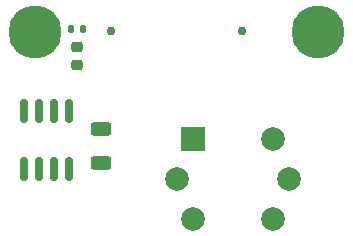
<source format=gbr>
%TF.GenerationSoftware,KiCad,Pcbnew,(6.0.0-0)*%
%TF.CreationDate,2022-03-07T02:22:32-05:00*%
%TF.ProjectId,multi_gas,6d756c74-695f-4676-9173-2e6b69636164,rev?*%
%TF.SameCoordinates,Original*%
%TF.FileFunction,Soldermask,Top*%
%TF.FilePolarity,Negative*%
%FSLAX46Y46*%
G04 Gerber Fmt 4.6, Leading zero omitted, Abs format (unit mm)*
G04 Created by KiCad (PCBNEW (6.0.0-0)) date 2022-03-07 02:22:32*
%MOMM*%
%LPD*%
G01*
G04 APERTURE LIST*
G04 Aperture macros list*
%AMRoundRect*
0 Rectangle with rounded corners*
0 $1 Rounding radius*
0 $2 $3 $4 $5 $6 $7 $8 $9 X,Y pos of 4 corners*
0 Add a 4 corners polygon primitive as box body*
4,1,4,$2,$3,$4,$5,$6,$7,$8,$9,$2,$3,0*
0 Add four circle primitives for the rounded corners*
1,1,$1+$1,$2,$3*
1,1,$1+$1,$4,$5*
1,1,$1+$1,$6,$7*
1,1,$1+$1,$8,$9*
0 Add four rect primitives between the rounded corners*
20,1,$1+$1,$2,$3,$4,$5,0*
20,1,$1+$1,$4,$5,$6,$7,0*
20,1,$1+$1,$6,$7,$8,$9,0*
20,1,$1+$1,$8,$9,$2,$3,0*%
G04 Aperture macros list end*
%ADD10C,2.000000*%
%ADD11R,2.000000X2.000000*%
%ADD12RoundRect,0.250000X0.625000X-0.312500X0.625000X0.312500X-0.625000X0.312500X-0.625000X-0.312500X0*%
%ADD13C,4.500000*%
%ADD14RoundRect,0.135000X0.135000X0.185000X-0.135000X0.185000X-0.135000X-0.185000X0.135000X-0.185000X0*%
%ADD15RoundRect,0.150000X0.150000X-0.825000X0.150000X0.825000X-0.150000X0.825000X-0.150000X-0.825000X0*%
%ADD16RoundRect,0.218750X-0.256250X0.218750X-0.256250X-0.218750X0.256250X-0.218750X0.256250X0.218750X0*%
%ADD17C,0.760000*%
G04 APERTURE END LIST*
D10*
%TO.C,U1*%
X115120000Y-73094000D03*
X115120000Y-79814000D03*
X108400000Y-79814000D03*
D11*
X108400000Y-73094000D03*
D10*
X116510000Y-76454000D03*
X107010000Y-76454000D03*
%TD*%
D12*
%TO.C,R1*%
X100584000Y-75122500D03*
X100584000Y-72197500D03*
%TD*%
D13*
%TO.C,H1*%
X95000000Y-64000000D03*
%TD*%
%TO.C,H2*%
X119000000Y-64000000D03*
%TD*%
D14*
%TO.C,R2*%
X99062000Y-63754000D03*
X98042000Y-63754000D03*
%TD*%
D15*
%TO.C,U3*%
X94107000Y-75627000D03*
X95377000Y-75627000D03*
X96647000Y-75627000D03*
X97917000Y-75627000D03*
X97917000Y-70677000D03*
X96647000Y-70677000D03*
X95377000Y-70677000D03*
X94107000Y-70677000D03*
%TD*%
D16*
%TO.C,D1*%
X98552000Y-66827500D03*
X98552000Y-65252500D03*
%TD*%
D17*
%TO.C,J1*%
X101475500Y-63900000D03*
X112524500Y-63900000D03*
%TD*%
M02*

</source>
